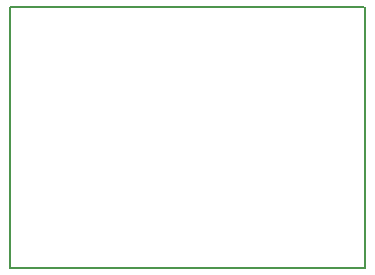
<source format=gko>
%FSTAX23Y23*%
%MOIN*%
%SFA1B1*%

%IPPOS*%
%ADD14C,0.005905*%
%LNfinal_1_board-1*%
%LPD*%
G54D14*
X00631Y-00285D02*
Y00583D01*
X-00553D02*
X00629D01*
X-00553Y-00285D02*
Y00583D01*
Y-00285D02*
X00631D01*
M02*
</source>
